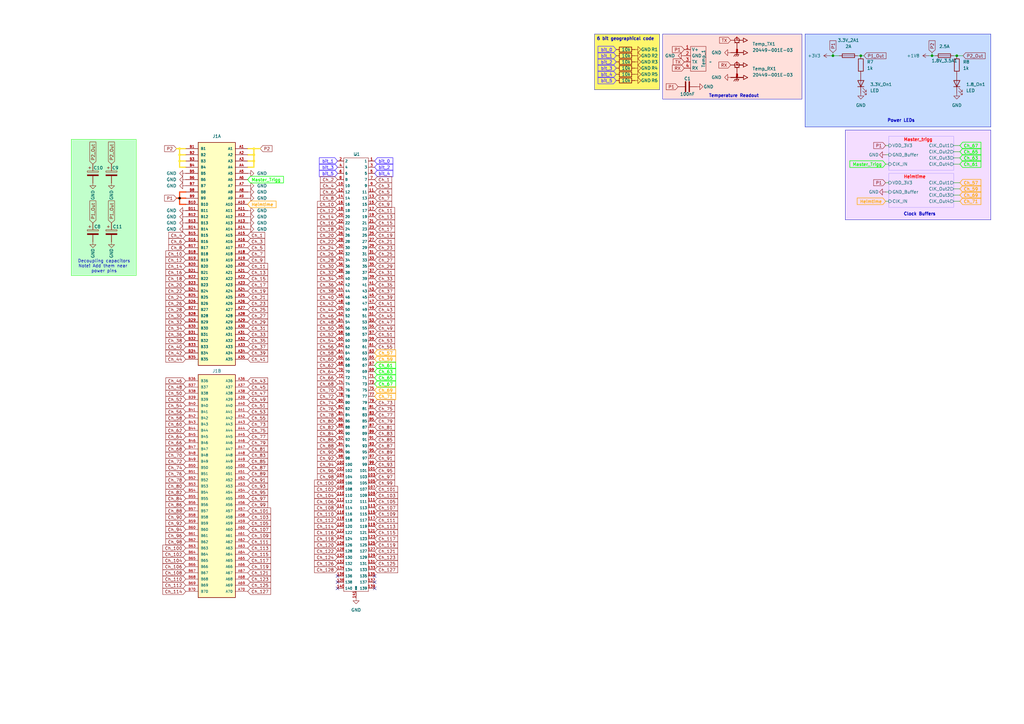
<source format=kicad_sch>
(kicad_sch (version 20231120) (generator "eeschema") (generator_version "8.0")
  (paper "A3")
  (junction (at 73.66 63.5) (color 255 228 54 0.8509803922))
  (junction (at 73.66 81.28) (color 0 0 0 0.85))
  (junction (at 104.14 63.5) (color 255 228 54 0.8509803922))
  (junction (at 104.14 66.04) (color 255 228 54 0.8509803922))
  (junction (at 341.63 22.86))
  (junction (at 353.06 22.86))
  (junction (at 73.66 60.96) (color 255 228 54 0.8509803922))
  (junction (at 382.27 22.86))
  (junction (at 392.43 22.86))
  (junction (at 73.66 66.04) (color 255 228 54 0.8509803922))
  (junction (at 104.14 60.96) (color 255 228 54 0.8509803922))
  (no_connect (at 153.67 238.76))
  (no_connect (at 153.67 241.3))
  (no_connect (at 138.43 241.3))
  (no_connect (at 153.67 236.22))
  (no_connect (at 138.43 236.22))
  (no_connect (at 138.43 238.76))
  (wire (pts (xy 363.22 67.31) (xy 364.49 67.31)))
  (wire (pts (xy 363.22 78.74) (xy 364.49 78.74)))
  (wire (pts (xy 76.2 63.5) (xy 73.66 63.5)) (stroke (width 0.5) (color 255 228 54 0.8509803922)))
  (wire (pts (xy 72.39 81.28) (xy 73.66 81.28)) (stroke (width 0.5) (color 255 76 22 0.85)))
  (wire (pts (xy 104.14 66.04) (xy 104.14 63.5)) (stroke (width 0.5) (color 255 228 54 0.85)))
  (wire (pts (xy 391.16 82.55) (xy 393.7 82.55)))
  (wire (pts (xy 382.27 22.86) (xy 383.54 22.86)))
  (wire (pts (xy 363.22 59.69) (xy 364.49 59.69)))
  (wire (pts (xy 104.14 60.96) (xy 101.6 60.96)) (stroke (width 0.5) (color 255 228 54 0.85)))
  (wire (pts (xy 381 22.86) (xy 382.27 22.86)))
  (wire (pts (xy 391.16 62.23) (xy 393.7 62.23)))
  (wire (pts (xy 76.2 78.74) (xy 73.66 78.74)) (stroke (width 0.5) (color 255 76 22 0.85)))
  (wire (pts (xy 104.14 63.5) (xy 104.14 60.96)) (stroke (width 0.5) (color 255 228 54 0.85)))
  (wire (pts (xy 391.16 77.47) (xy 393.7 77.47)))
  (wire (pts (xy 73.66 83.82) (xy 73.66 81.28)) (stroke (width 0.5) (color 255 76 22 0.85)))
  (wire (pts (xy 76.2 66.04) (xy 73.66 66.04)) (stroke (width 0.5) (color 255 228 54 0.8509803922)))
  (wire (pts (xy 101.6 63.5) (xy 104.14 63.5)) (stroke (width 0.5) (color 255 228 54 0.85)))
  (wire (pts (xy 101.6 66.04) (xy 104.14 66.04)) (stroke (width 0.5) (color 255 228 54 0.85)))
  (wire (pts (xy 391.16 80.01) (xy 393.7 80.01)))
  (wire (pts (xy 353.06 22.86) (xy 354.33 22.86)))
  (wire (pts (xy 391.16 64.77) (xy 393.7 64.77)))
  (wire (pts (xy 76.2 83.82) (xy 73.66 83.82)) (stroke (width 0.5) (color 255 76 22 0.85)))
  (wire (pts (xy 73.66 81.28) (xy 76.2 81.28)) (stroke (width 0.5) (color 255 76 22 0.85)))
  (wire (pts (xy 104.14 68.58) (xy 101.6 68.58)) (stroke (width 0.5) (color 255 228 54 0.85)))
  (wire (pts (xy 73.66 60.96) (xy 72.39 60.96)) (stroke (width 0.5) (color 255 228 54 0.85)))
  (wire (pts (xy 73.66 78.74) (xy 73.66 81.28)) (stroke (width 0.5) (color 255 76 22 0.85)))
  (wire (pts (xy 341.63 22.86) (xy 344.17 22.86)))
  (wire (pts (xy 391.16 59.69) (xy 393.7 59.69)))
  (wire (pts (xy 76.2 60.96) (xy 73.66 60.96)) (stroke (width 0.5) (color 255 228 54 0.85)))
  (wire (pts (xy 340.36 22.86) (xy 341.63 22.86)))
  (wire (pts (xy 76.2 68.58) (xy 73.66 68.58)) (stroke (width 0.5) (color 255 228 54 0.8509803922)))
  (wire (pts (xy 382.27 21.59) (xy 382.27 22.86)))
  (wire (pts (xy 341.63 21.59) (xy 341.63 22.86)))
  (wire (pts (xy 106.68 60.96) (xy 104.14 60.96)) (stroke (width 0.5) (color 255 228 54 0.85)))
  (wire (pts (xy 363.22 82.55) (xy 364.49 82.55)))
  (wire (pts (xy 391.16 22.86) (xy 392.43 22.86)))
  (wire (pts (xy 392.43 22.86) (xy 394.97 22.86)))
  (wire (pts (xy 73.66 66.04) (xy 73.66 68.58)) (stroke (width 0.5) (color 255 228 54 0.8509803922)))
  (wire (pts (xy 363.22 74.93) (xy 364.49 74.93)))
  (wire (pts (xy 351.79 22.86) (xy 353.06 22.86)))
  (wire (pts (xy 73.66 60.96) (xy 73.66 63.5)) (stroke (width 0.5) (color 255 228 54 0.8509803922)))
  (wire (pts (xy 391.16 74.93) (xy 393.7 74.93)))
  (wire (pts (xy 73.66 63.5) (xy 73.66 66.04)) (stroke (width 0.5) (color 255 228 54 0.8509803922)))
  (wire (pts (xy 363.22 63.5) (xy 364.49 63.5)))
  (wire (pts (xy 391.16 67.31) (xy 393.7 67.31)))
  (wire (pts (xy 104.14 68.58) (xy 104.14 66.04)) (stroke (width 0.5) (color 255 228 54 0.85)))
  (rectangle (start 346.71 53.34) (end 406.4 90.17) (fill (type color) (color 244 221 255 1)))
  (rectangle (start 330.2 13.97) (end 406.4 52.07) (fill (type color) (color 198 220 255 1)))
  (rectangle (start 29.21 57.15) (end 55.88 113.03) (stroke (width 0) (color 39 255 15 1)) (fill (type color) (color 193 255 203 1)))
  (rectangle (start 271.78 13.97) (end 328.93 40.64) (fill (type color) (color 255 224 219 1)))
  (rectangle (start 243.84 13.97) (end 270.51 36.83) (fill (type color) (color 255 246 107 1)))
  (text "6 bit geographical code\n" (at 256.54 16.002 0) (effects (font (size 1.27 1.27) (thickness 0.254) (bold yes))))
  (text "Decoupling capacitors\nNote! Add them near \npower pins" (at 42.672 109.22 0) (effects (font (size 1.27 1.27))))
  (text "Power LEDs" (at 369.57 49.53 0) (effects (font (size 1.27 1.27) (thickness 0.254) (bold yes))))
  (text "Temperature Readout" (at 300.99 39.37 0) (effects (font (size 1.27 1.27) (thickness 0.254) (bold yes))))
  (text "Clock Buffers" (at 377.19 87.884 0) (effects (font (size 1.27 1.27) (thickness 0.254) (bold yes))))
  (global_label "Ch_111" (shape input) (at 101.6 222.25 0) (property "Intersheetrefs" "${INTERSHEET_REFS}" (effects (hide yes))))
  (global_label "Ch_101" (shape input) (at 153.67 200.66 0) (property "Intersheetrefs" "${INTERSHEET_REFS}" (effects (hide yes))))
  (global_label "Ch_113" (shape input) (at 101.6 224.79 0) (property "Intersheetrefs" "${INTERSHEET_REFS}" (effects (hide yes))))
  (global_label "Ch_59" (shape input) (at 393.7 77.47 0) (effects (font (thickness 0.254) (bold yes))) (property "Intersheetrefs" "${INTERSHEET_REFS}" (effects (hide yes))))
  (global_label "Ch_100" (shape input) (at 138.43 198.12 180) (property "Intersheetrefs" "${INTERSHEET_REFS}" (effects (hide yes))))
  (global_label "Ch_99" (shape input) (at 153.67 198.12 0) (property "Intersheetrefs" "${INTERSHEET_REFS}" (effects (hide yes))))
  (global_label "Ch_70" (shape input) (at 138.43 160.02 180) (property "Intersheetrefs" "${INTERSHEET_REFS}" (effects (hide yes))))
  (global_label "Ch_111" (shape input) (at 153.67 213.36 0) (property "Intersheetrefs" "${INTERSHEET_REFS}" (effects (hide yes))))
  (global_label "Ch_55" (shape input) (at 153.67 142.24 0) (property "Intersheetrefs" "${INTERSHEET_REFS}" (effects (hide yes))))
  (global_label "Ch_85" (shape input) (at 153.67 180.34 0) (property "Intersheetrefs" "${INTERSHEET_REFS}" (effects (hide yes))))
  (global_label "Ch_17" (shape input) (at 153.67 93.98 0) (property "Intersheetrefs" "${INTERSHEET_REFS}" (effects (hide yes))))
  (global_label "Ch_58" (shape input) (at 138.43 144.78 180) (property "Intersheetrefs" "${INTERSHEET_REFS}" (effects (hide yes))))
  (global_label "Ch_102" (shape input) (at 138.43 200.66 180) (property "Intersheetrefs" "${INTERSHEET_REFS}" (effects (hide yes))))
  (global_label "Ch_79" (shape input) (at 101.6 181.61 0) (property "Intersheetrefs" "${INTERSHEET_REFS}" (effects (hide yes))))
  (global_label "Ch_107" (shape input) (at 153.67 208.28 0) (property "Intersheetrefs" "${INTERSHEET_REFS}" (effects (hide yes))))
  (global_label "Ch_113" (shape input) (at 153.67 215.9 0) (property "Intersheetrefs" "${INTERSHEET_REFS}" (effects (hide yes))))
  (global_label "P1" (shape input) (at 72.39 81.28 180) (property "Intersheetrefs" "${INTERSHEET_REFS}" (effects (hide yes))))
  (global_label "Ch_83" (shape input) (at 153.67 177.8 0) (property "Intersheetrefs" "${INTERSHEET_REFS}" (effects (hide yes))))
  (global_label "Ch_60" (shape input) (at 138.43 147.32 180) (property "Intersheetrefs" "${INTERSHEET_REFS}" (effects (hide yes))))
  (global_label "Ch_104" (shape input) (at 76.2 229.87 180) (property "Intersheetrefs" "${INTERSHEET_REFS}" (effects (hide yes))))
  (global_label "Ch_56" (shape input) (at 76.2 168.91 180) (property "Intersheetrefs" "${INTERSHEET_REFS}" (effects (hide yes))))
  (global_label "Ch_98" (shape input) (at 138.43 195.58 180) (property "Intersheetrefs" "${INTERSHEET_REFS}" (effects (hide yes))))
  (global_label "Ch_42" (shape input) (at 76.2 144.78 180) (property "Intersheetrefs" "${INTERSHEET_REFS}" (effects (hide yes))))
  (global_label "Ch_62" (shape input) (at 138.43 149.86 180) (property "Intersheetrefs" "${INTERSHEET_REFS}" (effects (hide yes))))
  (global_label "Ch_81" (shape input) (at 153.67 175.26 0) (property "Intersheetrefs" "${INTERSHEET_REFS}" (effects (hide yes))))
  (global_label "Ch_118" (shape input) (at 138.43 220.98 180) (property "Intersheetrefs" "${INTERSHEET_REFS}" (effects (hide yes))))
  (global_label "Ch_53" (shape input) (at 101.6 168.91 0) (property "Intersheetrefs" "${INTERSHEET_REFS}" (effects (hide yes))))
  (global_label "P1" (shape input) (at 280.67 20.32 180) (property "Intersheetrefs" "${INTERSHEET_REFS}" (effects (hide yes))))
  (global_label "Ch_88" (shape input) (at 138.43 182.88 180) (property "Intersheetrefs" "${INTERSHEET_REFS}" (effects (hide yes))))
  (global_label "Ch_30" (shape input) (at 76.2 129.54 180) (property "Intersheetrefs" "${INTERSHEET_REFS}" (effects (hide yes))))
  (global_label "P2_Out" (shape input) (at 45.72 67.31 90) (property "Intersheetrefs" "${INTERSHEET_REFS}" (effects (hide yes))))
  (global_label "Ch_74" (shape input) (at 138.43 165.1 180) (property "Intersheetrefs" "${INTERSHEET_REFS}" (effects (hide yes))))
  (global_label "Ch_27" (shape input) (at 153.67 106.68 0) (property "Intersheetrefs" "${INTERSHEET_REFS}" (effects (hide yes))))
  (global_label "Ch_2" (shape input) (at 138.43 73.66 180) (property "Intersheetrefs" "${INTERSHEET_REFS}" (effects (hide yes))))
  (global_label "Ch_8" (shape input) (at 76.2 101.6 180) (property "Intersheetrefs" "${INTERSHEET_REFS}" (effects (hide yes))))
  (global_label "Ch_61" (shape input) (at 393.7 67.31 0) (effects (font (thickness 0.254) (bold yes))) (property "Intersheetrefs" "${INTERSHEET_REFS}" (effects (hide yes))))
  (global_label "Ch_68" (shape input) (at 138.43 157.48 180) (property "Intersheetrefs" "${INTERSHEET_REFS}" (effects (hide yes))))
  (global_label "Ch_63" (shape input) (at 393.7 64.77 0) (effects (font (thickness 0.254) (bold yes))) (property "Intersheetrefs" "${INTERSHEET_REFS}" (effects (hide yes))))
  (global_label "Ch_15" (shape input) (at 101.6 114.3 0) (property "Intersheetrefs" "${INTERSHEET_REFS}" (effects (hide yes))))
  (global_label "Ch_46" (shape input) (at 76.2 156.21 180) (property "Intersheetrefs" "${INTERSHEET_REFS}" (effects (hide yes))))
  (global_label "Ch_86" (shape input) (at 138.43 180.34 180) (property "Intersheetrefs" "${INTERSHEET_REFS}" (effects (hide yes))))
  (global_label "Ch_95" (shape input) (at 101.6 201.93 0) (property "Intersheetrefs" "${INTERSHEET_REFS}" (effects (hide yes))))
  (global_label "Ch_123" (shape input) (at 153.67 228.6 0) (property "Intersheetrefs" "${INTERSHEET_REFS}" (effects (hide yes))))
  (global_label "P1_Out" (shape input) (at 45.72 91.44 90) (property "Intersheetrefs" "${INTERSHEET_REFS}" (effects (hide yes))))
  (global_label "Ch_1" (shape input) (at 153.67 73.66 0) (property "Intersheetrefs" "${INTERSHEET_REFS}" (effects (hide yes))))
  (global_label "Ch_22" (shape input) (at 76.2 119.38 180) (property "Intersheetrefs" "${INTERSHEET_REFS}" (effects (hide yes))))
  (global_label "Ch_49" (shape input) (at 101.6 163.83 0) (property "Intersheetrefs" "${INTERSHEET_REFS}" (effects (hide yes))))
  (global_label "Ch_96" (shape input) (at 138.43 193.04 180) (property "Intersheetrefs" "${INTERSHEET_REFS}" (effects (hide yes))))
  (global_label "Ch_9" (shape input) (at 101.6 106.68 0) (property "Intersheetrefs" "${INTERSHEET_REFS}" (effects (hide yes))))
  (global_label "Ch_32" (shape input) (at 138.43 111.76 180) (property "Intersheetrefs" "${INTERSHEET_REFS}" (effects (hide yes))))
  (global_label "Ch_112" (shape input) (at 138.43 213.36 180) (property "Intersheetrefs" "${INTERSHEET_REFS}" (effects (hide yes))))
  (global_label "Ch_31" (shape input) (at 101.6 134.62 0) (property "Intersheetrefs" "${INTERSHEET_REFS}" (effects (hide yes))))
  (global_label "Ch_72" (shape input) (at 76.2 189.23 180) (property "Intersheetrefs" "${INTERSHEET_REFS}" (effects (hide yes))))
  (global_label "Ch_83" (shape input) (at 101.6 186.69 0) (property "Intersheetrefs" "${INTERSHEET_REFS}" (effects (hide yes))))
  (global_label "Ch_19" (shape input) (at 153.67 96.52 0) (property "Intersheetrefs" "${INTERSHEET_REFS}" (effects (hide yes))))
  (global_label "P1_Out" (shape input) (at 354.33 22.86 0) (property "Intersheetrefs" "${INTERSHEET_REFS}" (effects (hide yes))))
  (global_label "Ch_29" (shape input) (at 153.67 109.22 0) (property "Intersheetrefs" "${INTERSHEET_REFS}" (effects (hide yes))))
  (global_label "Ch_117" (shape input) (at 153.67 220.98 0) (property "Intersheetrefs" "${INTERSHEET_REFS}" (effects (hide yes))))
  (global_label "Ch_6" (shape input) (at 76.2 99.06 180) (property "Intersheetrefs" "${INTERSHEET_REFS}" (effects (hide yes))))
  (global_label "Ch_40" (shape input) (at 76.2 142.24 180) (property "Intersheetrefs" "${INTERSHEET_REFS}" (effects (hide yes))))
  (global_label "Ch_104" (shape input) (at 138.43 203.2 180) (property "Intersheetrefs" "${INTERSHEET_REFS}" (effects (hide yes))))
  (global_label "Ch_74" (shape input) (at 76.2 191.77 180) (property "Intersheetrefs" "${INTERSHEET_REFS}" (effects (hide yes))))
  (global_label "P1_Out" (shape input) (at 38.1 91.44 90) (property "Intersheetrefs" "${INTERSHEET_REFS}" (effects (hide yes))))
  (global_label "Ch_107" (shape input) (at 101.6 217.17 0) (property "Intersheetrefs" "${INTERSHEET_REFS}" (effects (hide yes))))
  (global_label "P2" (shape input) (at 72.39 60.96 180) (property "Intersheetrefs" "${INTERSHEET_REFS}" (effects (hide yes))))
  (global_label "Ch_33" (shape input) (at 153.67 114.3 0) (property "Intersheetrefs" "${INTERSHEET_REFS}" (effects (hide yes))))
  (global_label "Ch_7" (shape input) (at 101.6 104.14 0) (property "Intersheetrefs" "${INTERSHEET_REFS}" (effects (hide yes))))
  (global_label "Ch_56" (shape input) (at 138.43 142.24 180) (property "Intersheetrefs" "${INTERSHEET_REFS}" (effects (hide yes))))
  (global_label "Ch_120" (shape input) (at 138.43 223.52 180) (property "Intersheetrefs" "${INTERSHEET_REFS}" (effects (hide yes))))
  (global_label "Ch_42" (shape input) (at 138.43 124.46 180) (property "Intersheetrefs" "${INTERSHEET_REFS}" (effects (hide yes))))
  (global_label "P1" (shape input) (at 363.22 59.69 180) (property "Intersheetrefs" "${INTERSHEET_REFS}" (effects (hide yes))))
  (global_label "Ch_108" (shape input) (at 76.2 234.95 180) (property "Intersheetrefs" "${INTERSHEET_REFS}" (effects (hide yes))))
  (global_label "Ch_84" (shape input) (at 138.43 177.8 180) (property "Intersheetrefs" "${INTERSHEET_REFS}" (effects (hide yes))))
  (global_label "Ch_49" (shape input) (at 153.67 134.62 0) (property "Intersheetrefs" "${INTERSHEET_REFS}" (effects (hide yes))))
  (global_label "Ch_40" (shape input) (at 138.43 121.92 180) (property "Intersheetrefs" "${INTERSHEET_REFS}" (effects (hide yes))))
  (global_label "Ch_66" (shape input) (at 76.2 181.61 180) (property "Intersheetrefs" "${INTERSHEET_REFS}" (effects (hide yes))))
  (global_label "Ch_47" (shape input) (at 153.67 132.08 0) (property "Intersheetrefs" "${INTERSHEET_REFS}" (effects (hide yes))))
  (global_label "Ch_73" (shape input) (at 153.67 165.1 0) (property "Intersheetrefs" "${INTERSHEET_REFS}" (effects (hide yes))))
  (global_label "Ch_78" (shape input) (at 76.2 196.85 180) (property "Intersheetrefs" "${INTERSHEET_REFS}" (effects (hide yes))))
  (global_label "Ch_59" (shape input) (at 153.67 147.32 0) (effects (font (thickness 0.254) (bold yes))) (property "Intersheetrefs" "${INTERSHEET_REFS}" (effects (hide yes))))
  (global_label "Ch_64" (shape input) (at 138.43 152.4 180) (property "Intersheetrefs" "${INTERSHEET_REFS}" (effects (hide yes))))
  (global_label "Ch_39" (shape input) (at 101.6 144.78 0) (property "Intersheetrefs" "${INTERSHEET_REFS}" (effects (hide yes))))
  (global_label "Ch_75" (shape input) (at 101.6 176.53 0) (property "Intersheetrefs" "${INTERSHEET_REFS}" (effects (hide yes))))
  (global_label "Ch_85" (shape input) (at 101.6 189.23 0) (property "Intersheetrefs" "${INTERSHEET_REFS}" (effects (hide yes))))
  (global_label "P2" (shape input) (at 382.27 21.59 90) (property "Intersheetrefs" "${INTERSHEET_REFS}" (effects (hide yes))))
  (global_label "Ch_17" (shape input) (at 101.6 116.84 0) (property "Intersheetrefs" "${INTERSHEET_REFS}" (effects (hide yes))))
  (global_label "bit_4" (shape input) (at 153.67 71.12 0) (effects (font (thickness 0.254) (bold yes))) (property "Intersheetrefs" "${INTERSHEET_REFS}" (effects (hide yes))))
  (global_label "Ch_48" (shape input) (at 138.43 132.08 180) (property "Intersheetrefs" "${INTERSHEET_REFS}" (effects (hide yes))))
  (global_label "Ch_128" (shape input) (at 138.43 233.68 180) (property "Intersheetrefs" "${INTERSHEET_REFS}" (effects (hide yes))))
  (global_label "Ch_12" (shape input) (at 138.43 86.36 180) (property "Intersheetrefs" "${INTERSHEET_REFS}" (effects (hide yes))))
  (global_label "Master_Trigg" (shape input) (at 363.22 67.31 180) (effects (font (thickness 0.254) (bold yes))) (property "Intersheetrefs" "${INTERSHEET_REFS}" (effects (hide yes))))
  (global_label "Ch_10" (shape input) (at 76.2 104.14 180) (property "Intersheetrefs" "${INTERSHEET_REFS}" (effects (hide yes))))
  (global_label "P2_Out" (shape input) (at 38.1 67.31 90) (property "Intersheetrefs" "${INTERSHEET_REFS}" (effects (hide yes))))
  (global_label "Ch_106" (shape input) (at 138.43 205.74 180) (property "Intersheetrefs" "${INTERSHEET_REFS}" (effects (hide yes))))
  (global_label "bit_1" (shape input) (at 138.43 66.04 180) (effects (font (thickness 0.254) (bold yes))) (property "Intersheetrefs" "${INTERSHEET_REFS}" (effects (hide yes))))
  (global_label "Ch_71" (shape input) (at 393.7 82.55 0) (effects (font (thickness 0.254) (bold yes))) (property "Intersheetrefs" "${INTERSHEET_REFS}" (effects (hide yes))))
  (global_label "bit_0" (shape input) (at 252.73 20.32 180) (effects (font (thickness 0.254) (bold yes))) (property "Intersheetrefs" "${INTERSHEET_REFS}" (effects (hide yes))))
  (global_label "Ch_30" (shape input) (at 138.43 109.22 180) (property "Intersheetrefs" "${INTERSHEET_REFS}" (effects (hide yes))))
  (global_label "Ch_98" (shape input) (at 76.2 222.25 180) (property "Intersheetrefs" "${INTERSHEET_REFS}" (effects (hide yes))))
  (global_label "Ch_89" (shape input) (at 153.67 185.42 0) (property "Intersheetrefs" "${INTERSHEET_REFS}" (effects (hide yes))))
  (global_label "Ch_125" (shape input) (at 101.6 240.03 0) (property "Intersheetrefs" "${INTERSHEET_REFS}" (effects (hide yes))))
  (global_label "Ch_95" (shape input) (at 153.67 193.04 0) (property "Intersheetrefs" "${INTERSHEET_REFS}" (effects (hide yes))))
  (global_label "Ch_110" (shape input) (at 76.2 237.49 180) (property "Intersheetrefs" "${INTERSHEET_REFS}" (effects (hide yes))))
  (global_label "Ch_28" (shape input) (at 76.2 127 180) (property "Intersheetrefs" "${INTERSHEET_REFS}" (effects (hide yes))))
  (global_label "Ch_114" (shape input) (at 138.43 215.9 180) (property "Intersheetrefs" "${INTERSHEET_REFS}" (effects (hide yes))))
  (global_label "Ch_44" (shape input) (at 76.2 147.32 180) (property "Intersheetrefs" "${INTERSHEET_REFS}" (effects (hide yes))))
  (global_label "Ch_7" (shape input) (at 153.67 81.28 0) (property "Intersheetrefs" "${INTERSHEET_REFS}" (effects (hide yes))))
  (global_label "Ch_29" (shape input) (at 101.6 132.08 0) (property "Intersheetrefs" "${INTERSHEET_REFS}" (effects (hide yes))))
  (global_label "Ch_65" (shape input) (at 153.67 154.94 0) (effects (font (thickness 0.254) (bold yes))) (property "Intersheetrefs" "${INTERSHEET_REFS}" (effects (hide yes))))
  (global_label "Ch_24" (shape input) (at 138.43 101.6 180) (property "Intersheetrefs" "${INTERSHEET_REFS}" (effects (hide yes))))
  (global_label "bit_3" (shape input) (at 138.43 68.58 180) (effects (font (thickness 0.254) (bold yes))) (property "Intersheetrefs" "${INTERSHEET_REFS}" (effects (hide yes))))
  (global_label "Ch_3" (shape input) (at 153.67 76.2 0) (property "Intersheetrefs" "${INTERSHEET_REFS}" (effects (hide yes))))
  (global_label "Ch_97" (shape input) (at 101.6 204.47 0) (property "Intersheetrefs" "${INTERSHEET_REFS}" (effects (hide yes))))
  (global_label "Ch_61" (shape input) (at 153.67 149.86 0) (effects (font (thickness 0.254) (bold yes))) (property "Intersheetrefs" "${INTERSHEET_REFS}" (effects (hide yes))))
  (global_label "Ch_1" (shape input) (at 101.6 96.52 0) (property "Intersheetrefs" "${INTERSHEET_REFS}" (effects (hide yes))))
  (global_label "Ch_69" (shape input) (at 393.7 80.01 0) (effects (font (thickness 0.254) (bold yes))) (property "Intersheetrefs" "${INTERSHEET_REFS}" (effects (hide yes))))
  (global_label "Ch_127" (shape input) (at 153.67 233.68 0) (property "Intersheetrefs" "${INTERSHEET_REFS}" (effects (hide yes))))
  (global_label "Ch_82" (shape input) (at 138.43 175.26 180) (property "Intersheetrefs" "${INTERSHEET_REFS}" (effects (hide yes))))
  (global_label "Ch_14" (shape input) (at 138.43 88.9 180) (property "Intersheetrefs" "${INTERSHEET_REFS}" (effects (hide yes))))
  (global_label "Ch_37" (shape input) (at 153.67 119.38 0) (property "Intersheetrefs" "${INTERSHEET_REFS}" (effects (hide yes))))
  (global_label "Ch_70" (shape input) (at 76.2 186.69 180) (property "Intersheetrefs" "${INTERSHEET_REFS}" (effects (hide yes))))
  (global_label "Ch_11" (shape input) (at 153.67 86.36 0) (property "Intersheetrefs" "${INTERSHEET_REFS}" (effects (hide yes))))
  (global_label "Ch_90" (shape input) (at 138.43 185.42 180) (property "Intersheetrefs" "${INTERSHEET_REFS}" (effects (hide yes))))
  (global_label "Ch_44" (shape input) (at 138.43 127 180) (property "Intersheetrefs" "${INTERSHEET_REFS}" (effects (hide yes))))
  (global_label "Ch_43" (shape input) (at 153.67 127 0) (property "Intersheetrefs" "${INTERSHEET_REFS}" (effects (hide yes))))
  (global_label "Ch_31" (shape input) (at 153.67 111.76 0) (property "Intersheetrefs" "${INTERSHEET_REFS}" (effects (hide yes))))
  (global_label "P1" (shape input) (at 278.13 35.56 180) (property "Intersheetrefs" "${INTERSHEET_REFS}" (effects (hide yes))))
  (global_label "Ch_36" (shape input) (at 76.2 137.16 180) (property "Intersheetrefs" "${INTERSHEET_REFS}" (effects (hide yes))))
  (global_label "Ch_39" (shape input) (at 153.67 121.92 0) (property "Intersheetrefs" "${INTERSHEET_REFS}" (effects (hide yes))))
  (global_label "Ch_105" (shape input) (at 153.67 205.74 0) (property "Intersheetrefs" "${INTERSHEET_REFS}" (effects (hide yes))))
  (global_label "Ch_89" (shape input) (at 101.6 194.31 0) (property "Intersheetrefs" "${INTERSHEET_REFS}" (effects (hide yes))))
  (global_label "Ch_4" (shape input) (at 138.43 76.2 180) (property "Intersheetrefs" "${INTERSHEET_REFS}" (effects (hide yes))))
  (global_label "Ch_57" (shape input) (at 153.67 144.78 0) (effects (font (thickness 0.254) (bold yes))) (property "Intersheetrefs" "${INTERSHEET_REFS}" (effects (hide yes))))
  (global_label "Ch_100" (shape input) (at 76.2 224.79 180) (property "Intersheetrefs" "${INTERSHEET_REFS}" (effects (hide yes))))
  (global_label "Ch_62" (shape input) (at 76.2 176.53 180) (property "Intersheetrefs" "${INTERSHEET_REFS}" (effects (hide yes))))
  (global_label "Ch_16" (shape input) (at 138.43 91.44 180) (property "Intersheetrefs" "${INTERSHEET_REFS}" (effects (hide yes))))
  (global_label "Ch_53" (shape input) (at 153.67 139.7 0) (property "Intersheetrefs" "${INTERSHEET_REFS}" (effects (hide yes))))
  (global_label "Ch_20" (shape input) (at 138.43 96.52 180) (property "Intersheetrefs" "${INTERSHEET_REFS}" (effects (hide yes))))
  (global_label "Ch_103" (shape input) (at 101.6 212.09 0) (property "Intersheetrefs" "${INTERSHEET_REFS}" (effects (hide yes))))
  (global_label "Ch_115" (shape input) (at 101.6 227.33 0) (property "Intersheetrefs" "${INTERSHEET_REFS}" (effects (hide yes))))
  (global_label "Ch_101" (shape input) (at 101.6 209.55 0) (property "Intersheetrefs" "${INTERSHEET_REFS}" (effects (hide yes))))
  (global_label "Ch_88" (shape input) (at 76.2 209.55 180) (property "Intersheetrefs" "${INTERSHEET_REFS}" (effects (hide yes))))
  (global_label "Ch_37" (shape input) (at 101.6 142.24 0) (property "Intersheetrefs" "${INTERSHEET_REFS}" (effects (hide yes))))
  (global_label "Ch_114" (shape input) (at 76.2 242.57 180) (property "Intersheetrefs" "${INTERSHEET_REFS}" (effects (hide yes))))
  (global_label "TX" (shape input) (at 280.67 25.4 180) (property "Intersheetrefs" "${INTERSHEET_REFS}" (effects (hide yes))))
  (global_label "Ch_3" (shape input) (at 101.6 99.06 0) (property "Intersheetrefs" "${INTERSHEET_REFS}" (effects (hide yes))))
  (global_label "Ch_121" (shape input) (at 101.6 234.95 0) (property "Intersheetrefs" "${INTERSHEET_REFS}" (effects (hide yes))))
  (global_label "Ch_64" (shape input) (at 76.2 179.07 180) (property "Intersheetrefs" "${INTERSHEET_REFS}" (effects (hide yes))))
  (global_label "TX" (shape input) (at 299.72 16.51 180) (property "Intersheetrefs" "${INTERSHEET_REFS}" (effects (hide yes))))
  (global_label "Ch_16" (shape input) (at 76.2 111.76 180) (property "Intersheetrefs" "${INTERSHEET_REFS}" (effects (hide yes))))
  (global_label "Ch_115" (shape input) (at 153.67 218.44 0) (property "Intersheetrefs" "${INTERSHEET_REFS}" (effects (hide yes))))
  (global_label "Ch_55" (shape input) (at 101.6 171.45 0) (property "Intersheetrefs" "${INTERSHEET_REFS}" (effects (hide yes))))
  (global_label "Ch_11" (shape input) (at 101.6 109.22 0) (property "Intersheetrefs" "${INTERSHEET_REFS}" (effects (hide yes))))
  (global_label "Ch_109" (shape input) (at 101.6 219.71 0) (property "Intersheetrefs" "${INTERSHEET_REFS}" (effects (hide yes))))
  (global_label "Ch_97" (shape input) (at 153.67 195.58 0) (property "Intersheetrefs" "${INTERSHEET_REFS}" (effects (hide yes))))
  (global_label "Ch_34" (shape input) (at 76.2 134.62 180) (property "Intersheetrefs" "${INTERSHEET_REFS}" (effects (hide yes))))
  (global_label "Ch_51" (shape input) (at 101.6 166.37 0) (property "Intersheetrefs" "${INTERSHEET_REFS}" (effects (hide yes))))
  (global_label "bit_5" (shape input) (at 252.73 33.02 180) (effects (font (thickness 0.254) (bold yes))) (property "Intersheetrefs" "${INTERSHEET_REFS}" (effects (hide yes))))
  (global_label "Ch_94" (shape input) (at 76.2 217.17 180) (property "Intersheetrefs" "${INTERSHEET_REFS}" (effects (hide yes))))
  (global_label "Ch_43" (shape input) (at 101.6 156.21 0) (property "Intersheetrefs" "${INTERSHEET_REFS}" (effects (hide yes))))
  (global_label "Ch_94" (shape input) (at 138.43 190.5 180) (property "Intersheetrefs" "${INTERSHEET_REFS}" (effects (hide yes))))
  (global_label "Ch_33" (shape input) (at 101.6 137.16 0) (property "Intersheetrefs" "${INTERSHEET_REFS}" (effects (hide yes))))
  (global_label "Ch_117" (shape input) (at 101.6 229.87 0) (property "Intersheetrefs" "${INTERSHEET_REFS}" (effects (hide yes))))
  (global_label "Ch_69" (shape input) (at 153.67 160.02 0) (effects (font (thickness 0.254) (bold yes))) (property "Intersheetrefs" "${INTERSHEET_REFS}" (effects (hide yes))))
  (global_label "Ch_60" (shape input) (at 76.2 173.99 180) (property "Intersheetrefs" "${INTERSHEET_REFS}" (effects (hide yes))))
  (global_label "Ch_79" (shape input) (at 153.67 172.72 0) (property "Intersheetrefs" "${INTERSHEET_REFS}" (effects (hide yes))))
  (global_label "Ch_8" (shape input) (at 138.43 81.28 180) (property "Intersheetrefs" "${INTERSHEET_REFS}" (effects (hide yes))))
  (global_label "Ch_80" (shape input) (at 76.2 199.39 180) (property "Intersheetrefs" "${INTERSHEET_REFS}" (effects (hide yes))))
  (global_label "Ch_122" (shape input) (at 138.43 226.06 180) (property "Intersheetrefs" "${INTERSHEET_REFS}" (effects (hide yes))))
  (global_label "Ch_91" (shape input) (at 153.67 187.96 0) (property "Intersheetrefs" "${INTERSHEET_REFS}" (effects (hide yes))))
  (global_label "Ch_92" (shape input) (at 76.2 214.63 180) (property "Intersheetrefs" "${INTERSHEET_REFS}" (effects (hide yes))))
  (global_label "Ch_93" (shape input) (at 153.67 190.5 0) (property "Intersheetrefs" "${INTERSHEET_REFS}" (effects (hide yes))))
  (global_label "Ch_35" (shape input) (at 101.6 139.7 0) (property "Intersheetrefs" "${INTERSHEET_REFS}" (effects (hide yes))))
  (global_label "Ch_35" (shape input) (at 153.67 116.84 0) (property "Intersheetrefs" "${INTERSHEET_REFS}" (effects (hide yes))))
  (global_label "Ch_65" (shape input) (at 393.7 62.23 0) (effects (font (thickness 0.254) (bold yes))) (property "Intersheetrefs" "${INTERSHEET_REFS}" (effects (hide yes))))
  (global_label "Ch_13" (shape input) (at 153.67 88.9 0) (property "Intersheetrefs" "${INTERSHEET_REFS}" (effects (hide yes))))
  (global_label "Ch_90" (shape input) (at 76.2 212.09 180) (property "Intersheetrefs" "${INTERSHEET_REFS}" (effects (hide yes))))
  (global_label "Ch_58" (shape input) (at 76.2 171.45 180) (property "Intersheetrefs" "${INTERSHEET_REFS}" (effects (hide yes))))
  (global_label "Ch_4" (shape input) (at 76.2 96.52 180) (property "Intersheetrefs" "${INTERSHEET_REFS}" (effects (hide yes))))
  (global_label "Ch_50" (shape input) (at 138.43 134.62 180) (property "Intersheetrefs" "${INTERSHEET_REFS}" (effects (hide yes))))
  (global_label "Ch_47" (shape input) (at 101.6 161.29 0) (property "Intersheetrefs" "${INTERSHEET_REFS}" (effects (hide yes))))
  (global_label "Ch_45" (shape input) (at 153.67 129.54 0) (property "Intersheetrefs" "${INTERSHEET_REFS}" (effects (hide yes))))
  (global_label "Ch_102" (shape input) (at 76.2 227.33 180) (property "Intersheetrefs" "${INTERSHEET_REFS}" (effects (hide yes))))
  (global_label "Ch_127" (shape input) (at 101.6 242.57 0) (property "Intersheetrefs" "${INTERSHEET_REFS}" (effects (hide yes))))
  (global_label "Ch_63" (shape input) (at 153.67 152.4 0) (effects (font (thickness 0.254) (bold yes))) (property "Intersheetrefs" "${INTERSHEET_REFS}" (effects (hide yes))))
  (global_label "Ch_41" (shape input) (at 101.6 147.32 0) (property "Intersheetrefs" "${INTERSHEET_REFS}" (effects (hide yes))))
  (global_label "Ch_80" (shape input) (at 138.43 172.72 180) (property "Intersheetrefs" "${INTERSHEET_REFS}" (effects (hide yes))))
  (global_label "bit_1" (shape input) (at 252.73 22.86 180) (effects (font (thickness 0.254) (bold yes))) (property "Intersheetrefs" "${INTERSHEET_REFS}" (effects (hide yes))))
  (global_label "Ch_38" (shape input) (at 76.2 139.7 180) (property "Intersheetrefs" "${INTERSHEET_REFS}" (effects (hide yes))))
  (global_label "Ch_23" (shape input) (at 153.67 101.6 0) (property "Intersheetrefs" "${INTERSHEET_REFS}" (effects (hide yes))))
  (global_label "Ch_72" (shape input) (at 138.43 162.56 180) (property "Intersheetrefs" "${INTERSHEET_REFS}" (effects (hide yes))))
  (global_label "Ch_76" (shape input) (at 76.2 194.31 180) (property "Intersheetrefs" "${INTERSHEET_REFS}" (effects (hide yes))))
  (global_label "Ch_91" (shape input) (at 101.6 196.85 0) (property "Intersheetrefs" "${INTERSHEET_REFS}" (effects (hide yes))))
  (global_label "Ch_21" (shape input) (at 101.6 121.92 0) (property "Intersheetrefs" "${INTERSHEET_REFS}" (effects (hide yes))))
  (global_label "bit_5" (shape input) (at 138.43 71.12 180) (effects (font (thickness 0.254) (bold yes))) (property "Intersheetrefs" "${INTERSHEET_REFS}" (effects (hide yes))))
  (global_label "Ch_41" (shape input) (at 153.67 124.46 0) (property "Intersheetrefs" "${INTERSHEET_REFS}" (effects (hide yes))))
  (global_label "Ch_126" (shape input) (at 138.43 231.14 180) (property "Intersheetrefs" "${INTERSHEET_REFS}" (effects (hide yes))))
  (global_label "Ch_123" (shape input) (at 101.6 237.49 0) (property "Intersheetrefs" "${INTERSHEET_REFS}" (effects (hide yes))))
  (global_label "Ch_87" (shape input) (at 101.6 191.77 0) (property "Intersheetrefs" "${INTERSHEET_REFS}" (effects (hide yes))))
  (global_label "Ch_32" (shape input) (at 76.2 132.08 180) (property "Intersheetrefs" "${INTERSHEET_REFS}" (effects (hide yes))))
  (global_label "Ch_103" (shape input) (at 153.67 203.2 0) (property "Intersheetrefs" "${INTERSHEET_REFS}" (effects (hide yes))))
  (global_label "Ch_45" (shape input) (at 101.6 158.75 0) (property "Intersheetrefs" "${INTERSHEET_REFS}" (effects (hide yes))))
  (global_label "bit_2" (shape input) (at 153.67 68.58 0) (effects (font (thickness 0.254) (bold yes))) (property "Intersheetrefs" "${INTERSHEET_REFS}" (effects (hide yes))))
  (global_label "Ch_20" (shape input) (at 76.2 116.84 180) (property "Intersheetrefs" "${INTERSHEET_REFS}" (effects (hide yes))))
  (global_label "RX" (shape input) (at 280.67 27.94 180) (property "Intersheetrefs" "${INTERSHEET_REFS}" (effects (hide yes))))
  (global_label "Ch_22" (shape input) (at 138.43 99.06 180) (property "Intersheetrefs" "${INTERSHEET_REFS}" (effects (hide yes))))
  (global_label "Ch_23" (shape input) (at 101.6 124.46 0) (property "Intersheetrefs" "${INTERSHEET_REFS}" (effects (hide yes))))
  (global_label "Ch_87" (shape input) (at 153.67 182.88 0) (property "Intersheetrefs" "${INTERSHEET_REFS}" (effects (hide yes))))
  (global_label "Ch_71" (shape input) (at 153.67 162.56 0) (effects (font (thickness 0.254) (bold yes))) (property "Intersheetrefs" "${INTERSHEET_REFS}" (effects (hide yes))))
  (global_label "Ch_82" (shape input) (at 76.2 201.93 180) (property "Intersheetrefs" "${INTERSHEET_REFS}" (effects (hide yes))))
  (global_label "Ch_119" (shape input) (at 101.6 232.41 0) (property "Intersheetrefs" "${INTERSHEET_REFS}" (effects (hide yes))))
  (global_label "Ch_67" (shape input) (at 153.67 157.48 0) (effects (font (thickness 0.254) (bold yes))) (property "Intersheetrefs" "${INTERSHEET_REFS}" (effects (hide yes))))
  (global_label "Ch_25" (shape input) (at 153.67 104.14 0) (property "Intersheetrefs" "${INTERSHEET_REFS}" (effects (hide yes))))
  (global_label "Ch_119" (shape input) (at 153.67 223.52 0) (property "Intersheetrefs" "${INTERSHEET_REFS}" (effects (hide yes))))
  (global_label "Heimtime" (shape input) (at 101.6 83.82 0) (effects (font (thickness 0.254) (bold yes))) (property "Intersheetrefs" "${INTERSHEET_REFS}" (effects (hide yes))))
  (global_label "Ch_5" (shape input) (at 153.67 78.74 0) (property "Intersheetrefs" "${INTERSHEET_REFS}" (effects (hide yes))))
  (global_label "P2_Out" (shape input) (at 394.97 22.86 0) (property "Intersheetrefs" "${INTERSHEET_REFS}" (effects (hide yes))))
  (global_label "Ch_50" (shape input) (at 76.2 161.29 180) (property "Intersheetrefs" "${INTERSHEET_REFS}" (effects (hide yes))))
  (global_label "Ch_54" (shape input) (at 138.43 139.7 180) (property "Intersheetrefs" "${INTERSHEET_REFS}" (effects (hide yes))))
  (global_label "Ch_14" (shape input) (at 76.2 109.22 180) (property "Intersheetrefs" "${INTERSHEET_REFS}" (effects (hide yes))))
  (global_label "Ch_9" (shape input) (at 153.67 83.82 0) (property "Intersheetrefs" "${INTERSHEET_REFS}" (effects (hide yes))))
  (global_label "Ch_19" (shape input) (at 101.6 119.38 0) (property "Intersheetrefs" "${INTERSHEET_REFS}" (effects (hide yes))))
  (global_label "P1" (shape input) (at 341.63 21.59 90) (property "Intersheetrefs" "${INTERSHEET_REFS}" (effects (hide yes))))
  (global_label "Ch_5" (shape input) (at 101.6 101.6 0) (property "Intersheetrefs" "${INTERSHEET_REFS}" (effects (hide yes))))
  (global_label "Ch_68" (shape input) (at 76.2 184.15 180) (property "Intersheetrefs" "${INTERSHEET_REFS}" (effects (hide yes))))
  (global_label "Ch_124" (shape input) (at 138.43 228.6 180) (property "Intersheetrefs" "${INTERSHEET_REFS}" (effects (hide yes))))
  (global_label "Ch_112" (shape input) (at 76.2 240.03 180) (property "Intersheetrefs" "${INTERSHEET_REFS}" (effects (hide yes))))
  (global_label "Ch_6" (shape input) (at 138.43 78.74 180) (property "Intersheetrefs" "${INTERSHEET_REFS}" (effects (hide yes))))
  (global_label "Ch_51" (shape input) (at 153.67 137.16 0) (property "Intersheetrefs" "${INTERSHEET_REFS}" (effects (hide yes))))
  (global_label "Ch_121" (shape input) (at 153.67 226.06 0) (property "Intersheetrefs" "${INTERSHEET_REFS}" (effects (hide yes))))
  (global_label "Ch_28" (shape input) (at 138.43 106.68 180) (property "Intersheetrefs" "${INTERSHEET_REFS}" (effects (hide yes))))
  (global_label "Ch_48" (shape input) (at 76.2 158.75 180) (property "Intersheetrefs" "${INTERSHEET_REFS}" (effects (hide yes))))
  (global_label "Ch_46" (shape input) (at 138.43 129.54 180) (property "Intersheetrefs" "${INTERSHEET_REFS}" (effects (hide yes))))
  (global_label "Master_Trigg" (shape input) (at 101.6 73.66 0) (effects (font (thickness 0.254) (bold yes))) (property "Intersheetrefs" "${INTERSHEET_REFS}" (effects (hide yes))))
  (global_label "Ch_52" (shape input) (at 138.43 137.16 180) (property "Intersheetrefs" "${INTERSHEET_REFS}" (effects (hide yes))))
  (global_label "Ch_21" (shape input) (at 153.67 99.06 0) (property "Intersheetrefs" "${INTERSHEET_REFS}" (effects (hide yes))))
  (global_label "Ch_109" (shape input) (at 153.67 210.82 0) (property "Intersheetrefs" "${INTERSHEET_REFS}" (effects (hide yes))))
  (global_label "Ch_36" (shape input) (at 138.43 116.84 180) (property "Intersheetrefs" "${INTERSHEET_REFS}" (effects (hide yes))))
  (global_label "Ch_34" (shape input) (at 138.43 114.3 180) (property "Intersheetrefs" "${INTERSHEET_REFS}" (effects (hide yes))))
  (global_label "P1" (shape input) (at 363.22 74.93 180) (property "Intersheetrefs" "${INTERSHEET_REFS}" (effects (hide yes))))
  (global_label "Ch_73" (shape input) (at 101.6 173.99 0) (property "Intersheetrefs" "${INTERSHEET_REFS}" (effects (hide yes))))
  (global_label "Ch_110" (shape input) (at 138.43 210.82 180) (property "Intersheetrefs" "${INTERSHEET_REFS}" (effects (hide yes))))
  (global_label "Ch_78" (shape input) (at 138.43 170.18 180) (property "Intersheetrefs" "${INTERSHEET_REFS}" (effects (hide yes))))
  (global_label "Ch_125" (shape input) (at 153.67 231.14 0) (property "Intersheetrefs" "${INTERSHEET_REFS}" (effects (hide yes))))
  (global_label "bit_4" (shape input) (at 252.73 30.48 180) (effects (font (thickness 0.254) (bold yes))) (property "Intersheetrefs" "${INTERSHEET_REFS}" (effects (hide yes))))
  (global_label "Ch_81" (shape input) (at 101.6 184.15 0) (property "Intersheetrefs" "${INTERSHEET_REFS}" (effects (hide yes))))
  (global_label "Ch_13" (shape input) (at 101.6 111.76 0) (property "Intersheetrefs" "${INTERSHEET_REFS}" (effects (hide yes))))
  (global_label "Ch_15" (shape input) (at 153.67 91.44 0) (property "Intersheetrefs" "${INTERSHEET_REFS}" (effects (hide yes))))
  (global_label "Heimtime" (shape input) (at 363.22 82.55 180) (effects (font (thickness 0.254) (bold yes))) (property "Intersheetrefs" "${INTERSHEET_REFS}" (effects (hide yes))))
  (global_label "RX" (shape input) (at 299.72 26.67 180) (property "Intersheetrefs" "${INTERSHEET_REFS}" (effects (hide yes))))
  (global_label "Ch_99" (shape input) (at 101.6 207.01 0) (property "Intersheetrefs" "${INTERSHEET_REFS}" (effects (hide yes))))
  (global_label "Ch_84" (shape input) (at 76.2 204.47 180) (property "Intersheetrefs" "${INTERSHEET_REFS}" (effects (hide yes))))
  (global_label "Ch_77" (shape input) (at 101.6 179.07 0) (property "Intersheetrefs" "${INTERSHEET_REFS}" (effects (hide yes))))
  (global_label "bit_0" (shape input) (at 153.67 66.04 0) (effects (font (thickness 0.254) (bold yes))) (property "Intersheetrefs" "${INTERSHEET_REFS}" (effects (hide yes))))
  (global_label "Ch_27" (shape input) (at 101.6 129.54 0) (property "Intersheetrefs" "${INTERSHEET_REFS}" (effects (hide yes))))
  (global_label "Ch_93" (shape input) (at 101.6 199.39 0) (property "Intersheetrefs" "${INTERSHEET_REFS}" (effects (hide yes))))
  (global_label "Ch_25" (shape input) (at 101.6 127 0) (property "Intersheetrefs" "${INTERSHEET_REFS}" (effects (hide yes))))
  (global_label "Ch_108" (shape input) (at 138.43 208.28 180) (property "Intersheetrefs" "${INTERSHEET_REFS}" (effects (hide yes))))
  (global_label "Ch_96" (shape input) (at 76.2 219.71 180) (property "Intersheetrefs" "${INTERSHEET_REFS}" (effects (hide yes))))
  (global_label "Ch_38" (shape input) (at 138.43 119.38 180) (property "Intersheetrefs" "${INTERSHEET_REFS}" (effects (hide yes))))
  (global_label "bit_2" (shape input) (at 252.73 25.4 180) (effects (font (thickness 0.254) (bold yes))) (property "Intersheetrefs" "${INTERSHEET_REFS}" (effects (hide yes))))
  (global_label "Ch_92" (shape input) (at 138.43 187.96 180) (property "Intersheetrefs" "${INTERSHEET_REFS}" (effects (hide yes))))
  (global_label "Ch_76" (shape input) (at 138.43 167.64 180) (property "Intersheetrefs" "${INTERSHEET_REFS}" (effects (hide yes))))
  (global_label "Ch_57" (shape input) (at 393.7 74.93 0) (effects (font (thickness 0.254) (bold yes))) (property "Intersheetrefs" "${INTERSHEET_REFS}" (effects (hide yes))))
  (global_label "Ch_52" (shape input) (at 76.2 163.83 180) (property "Intersheetrefs" "${INTERSHEET_REFS}" (effects (hide yes))))
  (global_label "bit_3" (shape input) (at 252.73 27.94 180) (effects (font (thickness 0.254) (bold yes))) (property "Intersheetrefs" "${INTERSHEET_REFS}" (effects (hide yes))))
  (global_label "Ch_106" (shape input) (at 76.2 232.41 180) (property "Intersheetrefs" "${INTERSHEET_REFS}" (effects (hide yes))))
  (global_label "Ch_86" (shape input) (at 76.2 207.01 180) (property "Intersheetrefs" "${INTERSHEET_REFS}" (effects (hide yes))))
  (global_label "Ch_67" (shape input) (at 393.7 59.69 0) (effects (font (thickness 0.254) (bold yes))) (property "Intersheetrefs" "${INTERSHEET_REFS}" (effects (hide yes))))
  (global_label "Ch_54" (shape input) (at 76.2 166.37 180) (property "Intersheetrefs" "${INTERSHEET_REFS}" (effects (hide yes))))
  (global_label "Ch_116" (shape input) (at 138.43 218.44 180) (property "Intersheetrefs" "${INTERSHEET_REFS}" (effects (hide yes))))
  (global_label "Ch_24" (shape input) (at 76.2 121.92 180) (property "Intersheetrefs" "${INTERSHEET_REFS}" (effects (hide yes))))
  (global_label "Ch_18" (shape input) (at 138.43 93.98 180) (property "Intersheetrefs" "${INTERSHEET_REFS}" (effects (hide yes))))
  (global_label "Ch_12" (shape input) (at 76.2 106.68 180) (property "Intersheetrefs" "${INTERSHEET_REFS}" (effects (hide yes))))
  (global_label "Ch_26" (shape input) (at 138.43 104.14 180) (property "Intersheetrefs" "${INTERSHEET_REFS}" (effects (hide yes))))
  (global_label "Ch_105" (shape input) (at 101.6 214.63 0) (property "Intersheetrefs" "${INTERSHEET_REFS}" (effects (hide yes))))
  (global_label "Ch_18" (shape input) (at 76.2 114.3 180) (property "Intersheetrefs" "${INTERSHEET_REFS}" (effects (hide yes))))
  (global_label "Ch_77" (shape input) (at 153.67 170.18 0) (property "Intersheetrefs" "${INTERSHEET_REFS}" (effects (hide yes))))
  (global_label "P2" (shape input) (at 106.68 60.96 0) (property "Intersheetrefs" "${INTERSHEET_REFS}" (effects (hide yes))))
  (global_label "Ch_66" (shape input) (at 138.43 154.94 180) (property "Intersheetrefs" "${INTERSHEET_REFS}" (effects (hide yes))))
  (global_label "Ch_75" (shape input) (at 153.67 167.64 0) (property "Intersheetrefs" "${INTERSHEET_REFS}" (effects (hide yes))))
  (global_label "Ch_26" (shape input) (at 76.2 124.46 180) (property "Intersheetrefs" "${INTERSHEET_REFS}" (effects (hide yes))))
  (global_label "Ch_10" (shape input) (at 138.43 83.82 180) (property "Intersheetrefs" "${INTERSHEET_REFS}" (effects (hide yes))))
  (symbol (lib_id "power:GND") (at 45.72 99.06 0) (unit 1)
    (property "Reference" "#PWR043" (effects (hide yes)))
    (property "Value" "GND" (at 45.72 101.854 90) (effects (justify right)))
    (property "Description" "Power symbol creates a global label with name \"GND\" , ground" (effects (hide yes)))
  )
  (symbol (lib_id "Device:R") (at 256.54 22.86 90) (unit 1)
    (property "Reference" "R2" (at 268.478 22.86 90))
    (property "Value" "10k" (at 256.794 22.86 90))
    (property "Footprint" "Resistor_SMD:R_0201_0603Metric" (effects (hide yes)))
    (property "Description" "Resistor" (effects (hide yes)))
  )
  (symbol (lib_id "Device:LED") (at 392.43 34.29 90) (unit 1)
    (property "Reference" "1.8_On1" (at 396.24 34.6074 90) (effects (justify right)))
    (property "Value" "LED" (at 396.24 37.1474 90) (effects (justify right)))
    (property "Footprint" "LED_SMD:LED_0603_1608Metric_Pad1.05x0.95mm_HandSolder" (effects (hide yes)))
    (property "Description" "Light emitting diode" (effects (hide yes)))
  )
  (symbol (lib_id "Device:Fuse") (at 387.35 22.86 90) (unit 1)
    (property "Reference" "1.8V_3.5A1" (at 387.35 24.892 90))
    (property "Value" "2.5A" (at 387.35 19.05 90))
    (property "Footprint" "Fuse:Fuse_0603_1608Metric_Pad1.05x0.95mm_HandSolder" (effects (hide yes)))
    (property "Description" "Fuse" (effects (hide yes)))
  )
  (symbol (lib_id "Device:C_Polarized") (at 38.1 71.12 0) (unit 1)
    (property "Reference" "C10" (at 38.354 68.834 0) (effects (justify left)))
    (property "Value" "TCJB475M025R0100" (effects (hide yes)))
    (property "Footprint" "Capacitor_Tantalum_SMD:CP_EIA-3528-12_Kemet-T" (effects (hide yes)))
    (property "Description" "Polarized capacitor" (effects (hide yes)))
  )
  (symbol (lib_id "power:GND") (at 299.72 21.59 270) (unit 1)
    (property "Reference" "#PWR025" (effects (hide yes)))
    (property "Value" "GND" (at 295.91 21.5899 90) (effects (justify right)))
    (property "Description" "Power symbol creates a global label with name \"GND\" , ground" (effects (hide yes)))
  )
  (symbol (lib_id "power:GND") (at 260.35 25.4 90) (unit 1)
    (property "Reference" "#PWR019" (effects (hide yes)))
    (property "Value" "GND" (at 262.89 25.4 90) (effects (justify right)))
    (property "Description" "Power symbol creates a global label with name \"GND\" , ground" (effects (hide yes)))
  )
  (symbol (lib_id "power:GND") (at 76.2 86.36 270) (unit 1)
    (property "Reference" "#PWR04" (effects (hide yes)))
    (property "Value" "GND" (at 72.39 86.3599 90) (effects (justify right)))
    (property "Description" "Power symbol creates a global label with name \"GND\" , ground" (effects (hide yes)))
  )
  (symbol (lib_id "power:GND") (at 101.6 81.28 90) (mirror x) (unit 1)
    (property "Reference" "#PWR011" (effects (hide yes)))
    (property "Value" "GND" (at 105.41 81.2799 90) (effects (justify right)))
    (property "Description" "Power symbol creates a global label with name \"GND\" , ground" (effects (hide yes)))
  )
  (symbol (lib_id "power:GND") (at 285.75 35.56 90) (unit 1)
    (property "Reference" "#PWR024" (effects (hide yes)))
    (property "Value" "GND" (at 288.544 35.56 90) (effects (justify right)))
    (property "Description" "Power symbol creates a global label with name \"GND\" , ground" (effects (hide yes)))
  )
  (symbol (lib_id "power:GND") (at 260.35 33.02 90) (mirror x) (unit 1)
    (property "Reference" "#PWR022" (effects (hide yes)))
    (property "Value" "GND" (at 262.89 33.02 90) (effects (justify right)))
    (property "Description" "Power symbol creates a global label with name \"GND\" , ground" (effects (hide yes)))
  )
  (symbol (lib_id "IPEX:20449-001E-03") (at 302.26 29.21 0) (unit 1)
    (property "Reference" "Temp_RX1" (at 308.61 28.1939 0) (effects (justify left)))
    (property "Value" "20449-001E-03" (at 308.61 30.7339 0) (effects (justify left)))
    (property "Footprint" "IPEX:IPEX_20449-001E-03" (effects (hide yes)))
    (property "MF" "I-PEX" (effects (hide yes)))
    (property "Description_1" "\n1 POS Vertical SMD Small form factor with big performance through 6 GHz connector, RF, micro-coaxial MHF 4 Receptacle\n" (effects (hide yes)))
    (property "Package" "None" (effects (hide yes)))
    (property "Price" "None" (effects (hide yes)))
    (property "Check_prices" "https://www.snapeda.com/parts/20449-001E-03/I-PEX/view-part/?ref=eda" (effects (hide yes)))
    (property "PARTREV" "5" (effects (hide yes)))
    (property "SnapEDA_Link" "https://www.snapeda.com/parts/20449-001E-03/I-PEX/view-part/?ref=snap" (effects (hide yes)))
    (property "MP" "20449-001E-03" (effects (hide yes)))
    (property "Purchase-URL" "https://www.snapeda.com/api/url_track_click_mouser/?unipart_id=3220640&manufacturer=I-PEX&part_name=20449-001E-03&search_term=ipex" (effects (hide yes)))
    (property "Availability" "In Stock" (effects (hide yes)))
    (property "STANDART" "Manufacturer Recomendations" (effects (hide yes)))
  )
  (symbol (lib_id "Device:R") (at 256.54 20.32 90) (unit 1)
    (property "Reference" "R1" (at 268.478 20.32 90))
    (property "Value" "10k" (at 256.794 20.32 90))
    (property "Footprint" "Resistor_SMD:R_0201_0603Metric" (effects (hide yes)))
    (property "Description" "Resistor" (effects (hide yes)))
  )
  (symbol (lib_id "power:GND") (at 101.6 78.74 90) (mirror x) (unit 1)
    (property "Reference" "#PWR010" (effects (hide yes)))
    (property "Value" "GND" (at 105.41 78.7399 90) (effects (justify right)))
    (property "Description" "Power symbol creates a global label with name \"GND\" , ground" (effects (hide yes)))
  )
  (symbol (lib_id "power:GND") (at 146.05 245.11 0) (unit 1)
    (property "Reference" "#PWR016" (effects (hide yes)))
    (property "Value" "GND" (at 146.05 250.19 0))
    (property "Description" "Power symbol creates a global label with name \"GND\" , ground" (effects (hide yes)))
  )
  (symbol (lib_id "IPEX:20449-001E-03") (at 302.26 19.05 0) (unit 1)
    (property "Reference" "Temp_TX1" (at 308.61 18.0339 0) (effects (justify left)))
    (property "Value" "20449-001E-03" (at 308.61 20.5739 0) (effects (justify left)))
    (property "Footprint" "IPEX:IPEX_20449-001E-03" (effects (hide yes)))
    (property "MF" "I-PEX" (effects (hide yes)))
    (property "Description_1" "\n1 POS Vertical SMD Small form factor with big performance through 6 GHz connector, RF, micro-coaxial MHF 4 Receptacle\n" (effects (hide yes)))
    (property "Package" "None" (effects (hide yes)))
    (property "Price" "None" (effects (hide yes)))
    (property "Check_prices" "https://www.snapeda.com/parts/20449-001E-03/I-PEX/view-part/?ref=eda" (effects (hide yes)))
    (property "PARTREV" "5" (effects (hide yes)))
    (property "SnapEDA_Link" "https://www.snapeda.com/parts/20449-001E-03/I-PEX/view-part/?ref=snap" (effects (hide yes)))
    (property "MP" "20449-001E-03" (effects (hide yes)))
    (property "Purchase-URL" "https://www.snapeda.com/api/url_track_click_mouser/?unipart_id=3220640&manufacturer=I-PEX&part_name=20449-001E-03&search_term=ipex" (effects (hide yes)))
    (property "Availability" "In Stock" (effects (hide yes)))
    (property "STANDART" "Manufacturer Recomendations" (effects (hide yes)))
  )
  (symbol (lib_id "Device:Fuse") (at 347.98 22.86 90) (unit 1)
    (property "Reference" "3.3V_2A1" (at 347.98 16.51 90))
    (property "Value" "2A" (at 347.98 19.05 90))
    (property "Footprint" "Fuse:Fuse_0603_1608Metric_Pad1.05x0.95mm_HandSolder" (effects (hide yes)))
    (property "Description" "Fuse" (effects (hide yes)))
  )
  (symbol (lib_id "power:GND") (at 101.6 71.12 90) (mirror x) (unit 1)
    (property "Reference" "#PWR08" (effects (hide yes)))
    (property "Value" "GND" (at 105.41 71.1199 90) (effects (justify right)))
    (property "Description" "Power symbol creates a global label with name \"GND\" , ground" (effects (hide yes)))
  )
  (symbol (lib_id "power:GND") (at 45.72 74.93 0) (unit 1)
    (property "Reference" "#PWR040" (effects (hide yes)))
    (property "Value" "GND" (at 45.72 77.978 90) (effects (justify right)))
    (property "Description" "Power symbol creates a global label with name \"GND\" , ground" (effects (hide yes)))
  )
  (symbol (lib_id "power:GND") (at 101.6 86.36 90) (mirror x) (unit 1)
    (property "Reference" "#PWR012" (effects (hide yes)))
    (property "Value" "GND" (at 105.41 86.3599 90) (effects (justify right)))
    (property "Description" "Power symbol creates a global label with name \"GND\" , ground" (effects (hide yes)))
  )
  (symbol (lib_id "FX10:FX10-140") (at 140.97 62.23 0) (unit 1)
    (property "Reference" "U1" (at 146.304 63.246 0))
    (property "Value" "~" (at 146.05 63.5 0))
    (property "Footprint" "Card_Edge_Connector_FCI:Hirose-FX10" (effects (hide yes)))
  )
  (symbol (lib_id "power:GND") (at 353.06 38.1 0) (unit 1)
    (property "Reference" "#PWR030" (effects (hide yes)))
    (property "Value" "GND" (at 353.06 43.18 0))
    (property "Description" "Power symbol creates a global label with name \"GND\" , ground" (effects (hide yes)))
  )
  (symbol (lib_id "power:GND") (at 38.1 99.06 0) (unit 1)
    (property "Reference" "#PWR041" (effects (hide yes)))
    (property "Value" "GND" (at 38.1 101.854 90) (effects (justify right)))
    (property "Description" "Power symbol creates a global label with name \"GND\" , ground" (effects (hide yes)))
  )
  (symbol (lib_id "Device:C_Polarized") (at 45.72 71.12 0) (unit 1)
    (property "Reference" "C9" (at 45.974 68.834 0) (effects (justify left)))
    (property "Value" "TCJB475M025R0100" (effects (hide yes)))
    (property "Footprint" "Capacitor_Tantalum_SMD:CP_EIA-3528-12_Kemet-T" (effects (hide yes)))
    (property "Description" "Polarized capacitor" (effects (hide yes)))
  )
  (symbol (lib_id "power:GND") (at 101.6 76.2 90) (mirror x) (unit 1)
    (property "Reference" "#PWR09" (effects (hide yes)))
    (property "Value" "GND" (at 105.41 76.1999 90) (effects (justify right)))
    (property "Description" "Power symbol creates a global label with name \"GND\" , ground" (effects (hide yes)))
  )
  (symbol (lib_id "power:GND") (at 76.2 91.44 270) (unit 1)
    (property "Reference" "#PWR06" (effects (hide yes)))
    (property "Value" "GND" (at 72.39 91.4399 90) (effects (justify right)))
    (property "Description" "Power symbol creates a global label with name \"GND\" , ground" (effects (hide yes)))
  )
  (symbol (lib_id "power:GND") (at 101.6 93.98 90) (mirror x) (unit 1)
    (property "Reference" "#PWR015" (effects (hide yes)))
    (property "Value" "GND" (at 105.41 93.9799 90) (effects (justify right)))
    (property "Description" "Power symbol creates a global label with name \"GND\" , ground" (effects (hide yes)))
  )
  (symbol (lib_id "power:+1V8") (at 381 22.86 90) (unit 1)
    (property "Reference" "#PWR032" (effects (hide yes)))
    (property "Value" "+1V8" (at 377.19 22.8599 90) (effects (justify left)))
    (property "Description" "Power symbol creates a global label with name \"+1V8\"" (effects (hide yes)))
  )
  (symbol (lib_id "power:+3V3") (at 340.36 22.86 90) (unit 1)
    (property "Reference" "#PWR029" (effects (hide yes)))
    (property "Value" "+3V3" (at 336.55 22.8599 90) (effects (justify left)))
    (property "Description" "Power symbol creates a global label with name \"+3V3\"" (effects (hide yes)))
  )
  (symbol (lib_id "power:GND") (at 76.2 71.12 270) (unit 1)
    (property "Reference" "#PWR01" (effects (hide yes)))
    (property "Value" "GND" (at 72.39 71.1199 90) (effects (justify right)))
    (property "Description" "Power symbol creates a global label with name \"GND\" , ground" (effects (hide yes)))
  )
  (symbol (lib_id "power:GND") (at 76.2 88.9 270) (unit 1)
    (property "Reference" "#PWR05" (effects (hide yes)))
    (property "Value" "GND" (at 72.39 88.8999 90) (effects (justify right)))
    (property "Description" "Power symbol creates a global label with name \"GND\" , ground" (effects (hide yes)))
  )
  (symbol (lib_id "Device:R") (at 392.43 26.67 0) (unit 1)
    (property "Reference" "R8" (at 394.97 25.3999 0) (effects (justify left)))
    (property "Value" "1k" (at 394.97 27.9399 0) (effects (justify left)))
    (property "Footprint" "Resistor_SMD:R_0603_1608Metric_Pad0.98x0.95mm_HandSolder" (effects (hide yes)))
    (property "Description" "Resistor" (effects (hide yes)))
  )
  (symbol (lib_id "Device:C") (at 281.94 35.56 90) (unit 1)
    (property "Reference" "C1" (at 281.94 32.258 90))
    (property "Value" "100nF" (at 281.94 38.608 90))
    (property "Footprint" "Capacitor_SMD:C_0402_1005Metric" (effects (hide yes)))
    (property "Description" "Unpolarized capacitor" (effects (hide yes)))
  )
  (symbol (lib_id "power:GND") (at 363.22 63.5 270) (unit 1)
    (property "Reference" "#PWR027" (effects (hide yes)))
    (property "Value" "GND" (at 360.426 63.5 90) (effects (justify right)))
    (property "Description" "Power symbol creates a global label with name \"GND\" , ground" (effects (hide yes)))
  )
  (symbol (lib_id "power:GND") (at 260.35 30.48 90) (mirror x) (unit 1)
    (property "Reference" "#PWR021" (effects (hide yes)))
    (property "Value" "GND" (at 262.89 30.48 90) (effects (justify right)))
    (property "Description" "Power symbol creates a global label with name \"GND\" , ground" (effects (hide yes)))
  )
  (symbol (lib_id "Device:LED") (at 353.06 34.29 90) (unit 1)
    (property "Reference" "3.3V_On1" (at 356.87 34.6074 90) (effects (justify right)))
    (property "Value" "LED" (at 356.87 37.1474 90) (effects (justify right)))
    (property "Footprint" "LED_SMD:LED_0603_1608Metric_Pad1.05x0.95mm_HandSolder" (effects (hide yes)))
    (property "Description" "Light emitting diode" (effects (hide yes)))
  )
  (symbol (lib_id "power:GND") (at 76.2 76.2 270) (unit 1)
    (property "Reference" "#PWR03" (effects (hide yes)))
    (property "Value" "GND" (at 72.39 76.1999 90) (effects (justify right)))
    (property "Description" "Power symbol creates a global label with name \"GND\" , ground" (effects (hide yes)))
  )
  (symbol (lib_id "power:GND") (at 101.6 91.44 90) (mirror x) (unit 1)
    (property "Reference" "#PWR014" (effects (hide yes)))
    (property "Value" "GND" (at 105.41 91.4399 90) (effects (justify right)))
    (property "Description" "Power symbol creates a global label with name \"GND\" , ground" (effects (hide yes)))
  )
  (symbol (lib_id "power:GND") (at 101.6 88.9 90) (mirror x) (unit 1)
    (property "Reference" "#PWR013" (effects (hide yes)))
    (property "Value" "GND" (at 105.41 88.8999 90) (effects (justify right)))
    (property "Description" "Power symbol creates a global label with name \"GND\" , ground" (effects (hide yes)))
  )
  (symbol (lib_id "Device:R") (at 256.54 33.02 90) (mirror x) (unit 1)
    (property "Reference" "R6" (at 268.478 33.02 90))
    (property "Value" "10k" (at 256.794 33.02 90))
    (property "Footprint" "Resistor_SMD:R_0201_0603Metric" (effects (hide yes)))
    (property "Description" "Resistor" (effects (hide yes)))
  )
  (symbol (lib_id "power:GND") (at 260.35 27.94 90) (mirror x) (unit 1)
    (property "Reference" "#PWR020" (effects (hide yes)))
    (property "Value" "GND" (at 262.89 27.94 90) (effects (justify right)))
    (property "Description" "Power symbol creates a global label with name \"GND\" , ground" (effects (hide yes)))
  )
  (symbol (lib_id "power:GND") (at 260.35 20.32 90) (unit 1)
    (property "Reference" "#PWR017" (effects (hide yes)))
    (property "Value" "GND" (at 262.89 20.32 90) (effects (justify right)))
    (property "Description" "Power symbol creates a global label with name \"GND\" , ground" (effects (hide yes)))
  )
  (symbol (lib_id "power:GND") (at 280.67 22.86 270) (unit 1)
    (property "Reference" "#PWR023" (effects (hide yes)))
    (property "Value" "GND" (at 276.86 22.8599 90) (effects (justify right)))
    (property "Description" "Power symbol creates a global label with name \"GND\" , ground" (effects (hide yes)))
  )
  (symbol (lib_id "IPEX:TMP104") (at 281.94 19.05 0) (unit 1)
    (property "Reference" "Temp_1" (at 288.544 27.686 90) (effects (justify left)))
    (property "Value" "~" (at 290.83 25.4 0) (effects (justify left)))
    (property "Footprint" "IPEX:TMP104" (effects (hide yes)))
  )
  (symbol (lib_id "power:GND") (at 260.35 22.86 90) (unit 1)
    (property "Reference" "#PWR018" (effects (hide yes)))
    (property "Value" "GND" (at 262.89 22.86 90) (effects (justify right)))
    (property "Description" "Power symbol creates a global label with name \"GND\" , ground" (effects (hide yes)))
  )
  (symbol (lib_id "Device:R") (at 256.54 25.4 90) (unit 1)
    (property "Reference" "R3" (at 268.478 25.4 90))
    (property "Value" "10k" (at 256.794 25.4 90))
    (property "Footprint" "Resistor_SMD:R_0201_0603Metric" (effects (hide yes)))
    (property "Description" "Resistor" (effects (hide yes)))
  )
  (symbol (lib_id "power:GND") (at 76.2 93.98 270) (unit 1)
    (property "Reference" "#PWR07" (effects (hide yes)))
    (property "Value" "GND" (at 72.39 93.9799 90) (effects (justify right)))
    (property "Description" "Power symbol creates a global label with name \"GND\" , ground" (effects (hide yes)))
  )
  (symbol (lib_id "Device:R") (at 256.54 30.48 90) (mirror x) (unit 1)
    (property "Reference" "R5" (at 268.478 30.48 90))
    (property "Value" "10k" (at 256.794 30.48 90))
    (property "Footprint" "Resistor_SMD:R_0201_0603Metric" (effects (hide yes)))
    (property "Description" "Resistor" (effects (hide yes)))
  )
  (symbol (lib_id "HYDRA_Amphenol_card:ME1014010101011") (at 88.9 104.14 0) (mirror y) (unit 1)
    (property "Reference" "J1" (at 88.9 55.88 0))
    (property "Value" "ME1014010101011" (effects (hide yes)))
    (property "Footprint" "Card_Edge_Connector_FCI:Edge-Card-Connector" (effects (hide yes)))
    (property "PARTREV" "11" (effects (hide yes)))
    (property "STANDARD" "Manufacturer Recommendations" (effects (hide yes)))
    (property "SNAPEDA_PN" "ME1014010101011" (effects (hide yes)))
    (property "MAXIMUM_PACKAGE_HEIGHT" "9.1mm" (effects (hide yes)))
    (property "MANUFACTURER" "Amphenol" (effects (hide yes)))
  )
  (symbol (lib_id "power:GND") (at 38.1 74.93 0) (unit 1)
    (property "Reference" "#PWR042" (effects (hide yes)))
    (property "Value" "GND" (at 38.1 77.978 90) (effects (justify right)))
    (property "Description" "Power symbol creates a global label with name \"GND\" , ground" (effects (hide yes)))
  )
  (symbol (lib_id "power:GND") (at 299.72 31.75 270) (unit 1)
    (property "Reference" "#PWR026" (effects (hide yes)))
    (property "Value" "GND" (at 295.91 31.7499 90) (effects (justify right)))
    (property "Description" "Power symbol creates a global label with name \"GND\" , ground" (effects (hide yes)))
  )
  (symbol (lib_id "Device:C_Polarized") (at 45.72 95.25 0) (unit 1)
    (property "Reference" "C11" (at 46.228 92.964 0) (effects (justify left)))
    (property "Value" "TCJB475M025R0100" (effects (hide yes)))
    (property "Footprint" "Capacitor_Tantalum_SMD:CP_EIA-3528-12_Kemet-T" (effects (hide yes)))
    (property "Description" "Polarized capacitor" (effects (hide yes)))
  )
  (symbol (lib_id "power:GND") (at 76.2 73.66 270) (unit 1)
    (property "Reference" "#PWR02" (effects (hide yes)))
    (property "Value" "GND" (at 72.39 73.6599 90) (effects (justify right)))
    (property "Description" "Power symbol creates a global label with name \"GND\" , ground" (effects (hide yes)))
  )
  (symbol (lib_id "Device:C_Polarized") (at 38.1 95.25 0) (unit 1)
    (property "Reference" "C8" (at 38.608 92.964 0) (effects (justify left)))
    (property "Value" "TCJB475M025R0100" (effects (hide yes)))
    (property "Footprint" "Capacitor_Tantalum_SMD:CP_EIA-3528-12_Kemet-T" (effects (hide yes)))
    (property "Description" "Polarized capacitor" (effects (hide yes)))
  )
  (symbol (lib_id "HYDRA_Amphenol_card:ME1014010101011") (at 88.9 199.39 0) (mirror y) (unit 2)
    (property "Reference" "J1" (at 88.9 152.146 0))
    (property "Value" "ME1014010101011" (effects (hide yes)))
    (property "Footprint" "Card_Edge_Connector_FCI:Edge-Card-Connector" (effects (hide yes)))
    (property "PARTREV" "11" (effects (hide yes)))
    (property "STANDARD" "Manufacturer Recommendations" (effects (hide yes)))
    (property "SNAPEDA_PN" "ME1014010101011" (effects (hide yes)))
    (property "MAXIMUM_PACKAGE_HEIGHT" "9.1mm" (effects (hide yes)))
    (property "MANUFACTURER" "Amphenol" (effects (hide yes)))
  )
  (symbol (lib_id "Device:R") (at 256.54 27.94 90) (mirror x) (unit 1)
    (property "Reference" "R4" (at 268.478 27.94 90))
    (property "Value" "10k" (at 256.794 27.94 90))
    (property "Footprint" "Resistor_SMD:R_0201_0603Metric" (effects (hide yes)))
    (property "Description" "Resistor" (effects (hide yes)))
  )
  (symbol (lib_id "power:GND") (at 363.22 78.74 270) (unit 1)
    (property "Reference" "#PWR028" (effects (hide yes)))
    (property "Value" "GND" (at 360.426 78.74 90) (effects (justify right)))
    (property "Description" "Power symbol creates a global label with name \"GND\" , ground" (effects (hide yes)))
  )
  (symbol (lib_id "Device:R") (at 353.06 26.67 0) (unit 1)
    (property "Reference" "R7" (at 355.6 25.3999 0) (effects (justify left)))
    (property "Value" "1k" (at 355.6 27.9399 0) (effects (justify left)))
    (property "Footprint" "Resistor_SMD:R_0603_1608Metric_Pad0.98x0.95mm_HandSolder" (effects (hide yes)))
    (property "Description" "Resistor" (effects (hide yes)))
  )
  (symbol (lib_id "power:GND") (at 392.43 38.1 0) (unit 1)
    (property "Reference" "#PWR033" (effects (hide yes)))
    (property "Value" "GND" (at 392.43 43.18 0))
    (property "Description" "Power symbol creates a global label with name \"GND\" , ground" (effects (hide yes)))
  )
  (sheet (at 364.49 55.88) (size 26.67 13.97) (stroke (width 0.1524) (color 178 155 255 1)) (fill (color 234 225 255 1.0000))
    (property "Sheetname" "Master_trigg" (at 370.586 57.912 0) (effects (font (thickness 0.254) (bold yes)) (justify left bottom)))
    (property "Sheetfile" "clock_buffer.kicad_sch" (effects (hide yes)))
    (pin "ClK_Out2" output (at 391.16 62.23 0))
    (pin "ClK_Out3" output (at 391.16 64.77 0))
    (pin "ClK_Out4" output (at 391.16 67.31 0))
    (pin "ClK_Out1" output (at 391.16 59.69 0))
    (pin "ClK_IN" input (at 364.49 67.31 180))
    (pin "VDD_3V3" input (at 364.49 59.69 180))
    (pin "GND_Buffer" input (at 364.49 63.5 180))
  )
  (sheet (at 364.49 71.12) (size 26.67 13.97) (stroke (width 0.1524) (color 178 155 255 1)) (fill (color 234 225 255 1.0000))
    (property "Sheetname" "Heimtime" (at 370.586 73.152 0) (effects (font (thickness 0.254) (bold yes)) (justify left bottom)))
    (property "Sheetfile" "clock_buffer.kicad_sch" (effects (hide yes)))
    (pin "ClK_Out2" output (at 391.16 77.47 0))
    (pin "ClK_Out3" output (at 391.16 80.01 0))
    (pin "ClK_Out4" output (at 391.16 82.55 0))
    (pin "ClK_Out1" output (at 391.16 74.93 0))
    (pin "ClK_IN" input (at 364.49 82.55 180))
    (pin "VDD_3V3" input (at 364.49 74.93 180))
    (pin "GND_Buffer" input (at 364.49 78.74 180))
  )
)
</source>
